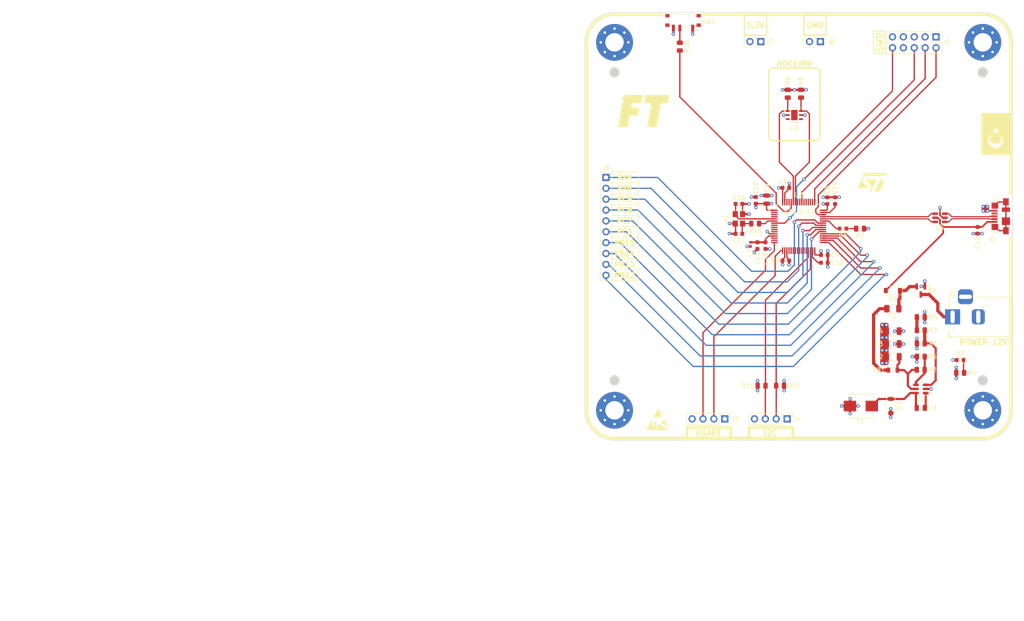
<source format=kicad_pcb>
(kicad_pcb (version 20211014) (generator pcbnew)
  (layers (0 "F.Cu" signal) (1 "In1.Cu" power) (2 "In2.Cu" power) (31 "B.Cu" signal) (34 "B.Paste" user) (35 "F.Paste" user) (36 "B.SilkS" user "B.Silkscreen") (37 "F.SilkS" user "F.Silkscreen") (38 "B.Mask" user) (39 "F.Mask" user) (44 "Edge.Cuts" user))
  (net 0 "")
  (net 1 "+3V3")
  (net 2 "I2C1_SDA")
  (net 3 "I2C1_SCL")
  (net 4 "HSE_OUT")
  (net 5 "Net-(C17-Pad1)")
  (net 6 "Net-(R10-Pad1)")
  (net 7 "BOOT0")
  (net 8 "GND")
  (net 9 "Net-(D4-Pad1)")
  (net 10 "Net-(R2-Pad2)")
  (net 11 "Net-(R3-Pad2)")
  (net 12 "Net-(D2-Pad1)")
  (net 13 "BUCK_FB")
  (net 14 "BUCK_BST")
  (net 15 "USB_CONN_D-")
  (net 16 "USB_CONN_D+")
  (net 17 "USB_D+")
  (net 18 "+5V")
  (net 19 "USB_D-")
  (net 20 "Net-(D1-Pad1)")
  (net 21 "+12V")
  (net 28 "HSE_IN")
  (net 29 "NRST")
  (net 34 "+3.3VA")
  (net 37 "USART2_TX")
  (net 38 "USART2_RX")
  (net 48 "I2C2_SCL")
  (net 49 "I2C2_SDA")
  (net 50 "Net-(C13-Pad1)")
  (net 51 "PB12")
  (net 52 "PB13")
  (net 53 "PB14")
  (net 54 "PB15")
  (net 55 "PC6")
  (net 56 "PC7")
  (net 57 "PC8")
  (net 58 "PC9")
  (net 59 "PA8")
  (net 60 "PA9")
  (net 61 "LED_STATUS")
  (net 62 "SWDIO")
  (net 63 "Net-(C14-Pad1)")
  (net 64 "SWCLK")
  (net 70 "SWO")
  (net 75 "BUCK_IN")
  (net 76 "Net-(F1-Pad1)")
  (net 78 "unconnected-(J5-Pad6)")
  (net 81 "BUCK_SW")
  (footprint "Resistor_SMD:R_0805_2012Metric" (layer "F.Cu") (at 211.3875 120.25 180)
    (fp_text reference "R12")
    (fp_text value "4k7")
  )
  (footprint "LED_SMD:LED_0603_1608Metric" (layer "F.Cu") (at 253.444 114.242 180)
    (fp_text reference "D2")
    (fp_text value "Green")
  )
  (footprint "Resistor_SMD:R_0805_2012Metric" (layer "F.Cu") (at 216.275 52 -90)
    (fp_text reference "R8")
    (fp_text value "4k7")
  )
  (footprint "LOGO" (layer "F.Cu") (at 46.725 163)
    (fp_text reference "G***" hide)
    (fp_text value "LOGO" hide)
  )
  (footprint "Crystal:Crystal_SMD_3225-4Pin_3.2x2.5mm" (layer "F.Cu") (at 201.775 81.25 -90)
    (fp_text reference "Y1")
    (fp_text value "16MHz")
  )
  (footprint "Capacitor_SMD:C_0805_2012Metric" (layer "F.Cu") (at 208.225 76.75 90)
    (fp_text reference "C5")
    (fp_text value "4u7")
  )
  (footprint "Capacitor_SMD:C_0603_1608Metric" (layer "F.Cu") (at 221.725 91.5)
    (fp_text reference "C13")
    (fp_text value "2u2")
  )
  (footprint "LOGO" (layer "F.Cu") (at 261.725 61.5 90)
    (fp_text reference "G***" hide)
    (fp_text value "LOGO" hide)
  )
  (footprint "Inductor_SMD:L_Sunlord_MWSA05xxS" (layer "F.Cu") (at 230.25 125 180)
    (fp_text reference "L1")
    (fp_text value "10u")
  )
  (footprint "Resistor_SMD:R_0805_2012Metric" (layer "F.Cu") (at 213.175 52 -90)
    (fp_text reference "R9")
    (fp_text value "4k7")
  )
  (footprint "Package_TO_SOT_SMD:TSOT-23-6" (layer "F.Cu") (at 244.25 121 180)
    (fp_text reference "U1")
    (fp_text value "MP2359DJ-LF-Z")
  )
  (footprint "LOGO" (layer "F.Cu") (at 182.725 128)
    (fp_text reference "G***" hide)
    (fp_text value "LOGO" hide)
  )
  (footprint "Capacitor_SMD:C_0603_1608Metric" (layer "F.Cu") (at 224.225 77 90)
    (fp_text reference "C14")
    (fp_text value "2u2")
  )
  (footprint "Resistor_SMD:R_0805_2012Metric" (layer "F.Cu") (at 207.0625 120.25)
    (fp_text reference "R11")
    (fp_text value "4k7")
  )
  (footprint "LOGO" (layer "F.Cu") (at 232.975 72.75)
    (fp_text reference "G***" hide)
    (fp_text value "LOGO" hide)
  )
  (footprint "Capacitor_SMD:C_0603_1608Metric" (layer "F.Cu") (at 221.725 89.7)
    (fp_text reference "C7")
    (fp_text value "100n")
  )
  (footprint "Resistor_SMD:R_0805_2012Metric" (layer "F.Cu") (at 244.25 113.45125 180)
    (fp_text reference "R6")
    (fp_text value "68k")
  )
  (footprint "Connector_BarrelJack:BarrelJack_Horizontal" (layer "F.Cu") (at 251.675 104.1575 180)
    (fp_text reference "J1")
    (fp_text value "Power_Jack")
  )
  (footprint "Resistor_SMD:R_0805_2012Metric" (layer "F.Cu") (at 187.975 41 -90)
    (fp_text reference "R10")
    (fp_text value "10k")
  )
  (footprint "LOGO" (layer "F.Cu") (at 128.725 162)
    (fp_text reference "G***" hide)
    (fp_text value "LOGO" hide)
  )
  (footprint "Package_TO_SOT_SMD:SOT-23-6" (layer "F.Cu") (at 248.725 81 180)
    (fp_text reference "U4")
    (fp_text value "USBLC6-2SC6")
  )
  (footprint "Inductor_SMD:L_0402_1005Metric" (layer "F.Cu") (at 204.485 87.21 90)
    (fp_text reference "L2")
    (fp_text value "39n")
  )
  (footprint "Capacitor_SMD:C_0603_1608Metric" (layer "F.Cu") (at 201.775 77.76)
    (fp_text reference "C16")
    (fp_text value "12p")
  )
  (footprint "Capacitor_SMD:C_0603_1608Metric" (layer "F.Cu") (at 212.725 91 180)
    (fp_text reference "C6")
    (fp_text value "100n")
  )
  (footprint "Connector_PinHeader_2.54mm:PinHeader_2x05_P2.54mm_Vertical" (layer "F.Cu") (at 247.8 38.725 -90)
    (fp_text reference "J2")
    (fp_text value "SWD")
  )
  (footprint "LED_SMD:LED_0603_1608Metric" (layer "F.Cu") (at 226.0675 83.535 180)
    (fp_text reference "D4")
    (fp_text value "BLUE")
  )
  (footprint "Resistor_SMD:R_0805_2012Metric" (layer "F.Cu") (at 244.225 116.53)
    (fp_text reference "R2")
    (fp_text value "100k")
  )
  (footprint "MountingHole:MountingHole_4.3mm_M4_Pad_Via" (layer "F.Cu") (at 258.725 126)
    (fp_text reference "H3" hide)
    (fp_text value "MountingHole_Pad")
  )
  (footprint "Resistor_SMD:R_0805_2012Metric" (layer "F.Cu") (at 253.444 117.242)
    (fp_text reference "R4")
    (fp_text value "1k")
  )
  (footprint "Connector_PinHeader_2.54mm:PinHeader_1x04_P2.54mm_Vertical" (layer "F.Cu") (at 213.025 128 -90)
    (fp_text reference "J4")
    (fp_text value "Conn_01x04")
  )
  (footprint "Diode_SMD:D_SOD-123" (layer "F.Cu") (at 237.725 98 180)
    (fp_text reference "D1")
    (fp_text value "B5819W")
  )
  (footprint "Button_Switch_SMD:SW_SPDT_PCM12" (layer "F.Cu") (at 188.725 35.2 180)
    (fp_text reference "SW1")
    (fp_text value "SW_SPDT")
  )
  (footprint "Diode_SMD:D_SOD-123" (layer "F.Cu") (at 237.25 125 -90)
    (fp_text reference "D3")
    (fp_text value "B5819W")
  )
  (footprint "Capacitor_SMD:C_0603_1608Metric" (layer "F.Cu") (at 201.775 84.74 180)
    (fp_text reference "C17")
    (fp_text value "12p")
  )
  (footprint "Package_SON:Texas_PWSON-N6" (layer "F.Cu") (at 214.725 57)
    (fp_text reference "U3")
    (fp_text value "HDC1080")
  )
  (footprint "Capacitor_SMD:C_0603_1608Metric" (layer "F.Cu") (at 222.425 77 90)
    (fp_text reference "C8")
    (fp_text value "100n")
  )
  (footprint "Package_TO_SOT_SMD:SOT-23" (layer "F.Cu") (at 244.25 98 -90)
    (fp_text reference "Q1")
    (fp_text value "AO3401A")
  )
  (footprint "Connector_PinHeader_2.54mm:PinHeader_1x02_P2.54mm_Vertical" (layer "F.Cu") (at 220.805 39.82 -90)
    (fp_text reference "J8")
    (fp_text value "Conn_01x02")
  )
  (footprint "Package_QFP:LQFP-64_10x10mm_P0.5mm" (layer "F.Cu") (at 215.725 83)
    (fp_text reference "U2")
    (fp_text value "STM32F405RGT6")
  )
  (footprint "MountingHole:MountingHole_4.3mm_M4_Pad_Via" (layer "F.Cu") (at 172.725 126)
    (fp_text reference "H1" hide)
    (fp_text value "MountingHole_Pad")
  )
  (footprint "Resistor_SMD:R_0805_2012Metric" (layer "F.Cu") (at 244.25 104.215)
    (fp_text reference "R5")
    (fp_text value "270")
  )
  (footprint "Resistor_SMD:R_0805_2012Metric" (layer "F.Cu") (at 244.25 110.3725)
    (fp_text reference "R1")
    (fp_text value "47k")
  )
  (footprint "Capacitor_SMD:C_1206_3216Metric" (layer "F.Cu") (at 237.725 113.5 180)
    (fp_text reference "C2")
    (fp_text value "10u")
  )
  (footprint "Capacitor_SMD:C_0603_1608Metric" (layer "F.Cu") (at 257.525 83.925 -90)
    (fp_text reference "C15")
    (fp_text value "100n")
  )
  (footprint "Resistor_SMD:R_0805_2012Metric" (layer "F.Cu") (at 205.575 82.35 180)
    (fp_text reference "R13")
    (fp_text value "47")
  )
  (footprint "LOGO" (layer "F.Cu") (at 179.475 56)
    (fp_text reference "G***" hide)
    (fp_text value "LOGO" hide)
  )
  (footprint "Capacitor_SMD:C_0603_1608Metric" (layer "F.Cu") (at 207.975 87.5 -90)
    (fp_text reference "C12")
    (fp_text value "10n")
  )
  (footprint "Capacitor_SMD:C_0603_1608Metric" (layer "F.Cu") (at 206.1 87.5 -90)
    (fp_text reference "C11")
    (fp_text value "1u")
  )
  (footprint "Capacitor_SMD:C_1206_3216Metric" (layer "F.Cu") (at 237.725 110.5 180)
    (fp_text reference "C3")
    (fp_text value "10u")
  )
  (footprint "Capacitor_SMD:C_1206_3216Metric" (layer "F.Cu") (at 237.725 107.5 180)
    (fp_text reference "C4")
    (fp_text value "10u")
  )
  (footprint "Connector_USB:USB_Micro-B_Molex_47346-0001" (layer "F.Cu") (at 262.925 80.65 90)
    (fp_text reference "J5")
    (fp_text value "USB_B_Micro")
  )
  (footprint "Capacitor_SMD:C_0805_2012Metric" (layer "F.Cu") (at 244.247504 125.43)
    (fp_text reference "C1")
    (fp_text value "10n")
  )
  (footprint "Fuse:Fuse_1206_3216Metric" (layer "F.Cu") (at 237.725 102.25)
    (fp_text reference "F1")
    (fp_text value "250mA")
  )
  (footprint "Inductor_SMD:L_0805_2012Metric" (layer "F.Cu") (at 237.725 116.6 180)
    (fp_text reference "FB1")
    (fp_text value "600 @ 600MHz")
  )
  (footprint "Connector_PinHeader_2.54mm:PinHeader_1x02_P2.54mm_Vertical" (layer "F.Cu") (at 206.895 39.82 -90)
    (fp_text reference "J7")
    (fp_text value "Conn_01x02")
  )
  (footprint "MountingHole:MountingHole_4.3mm_M4_Pad_Via" (layer "F.Cu") (at 258.725 40)
    (fp_text reference "H2" hide)
    (fp_text value "MountingHole_Pad")
  )
  (footprint "MountingHole:MountingHole_4.3mm_M4_Pad_Via" (layer "F.Cu") (at 172.725 40)
    (fp_text reference "H4" hide)
    (fp_text value "MountingHole_Pad")
  )
  (footprint "Connector_PinHeader_2.54mm:PinHeader_1x10_P2.54mm_Vertical" (layer "F.Cu") (at 170.725 71.575)
    (fp_text reference "J6")
    (fp_text value "Conn_01x10")
  )
  (footprint "Resistor_SMD:R_0805_2012Metric" (layer "F.Cu") (at 230.0675 83.535 180)
    (fp_text reference "R7")
    (fp_text value "1k5")
  )
  (footprint "Connector_PinHeader_2.54mm:PinHeader_1x04_P2.54mm_Vertical" (layer "F.Cu") (at 198.47 128 -90)
    (fp_text reference "J3")
    (fp_text value "Conn_01x04")
  )
  (footprint "Resistor_SMD:R_0805_2012Metric" (layer "F.Cu") (at 244.25 107.29375 180)
    (fp_text reference "R3")
    (fp_text value "15k")
  )
  (footprint "Capacitor_SMD:C_0603_1608Metric" (layer "F.Cu") (at 205.715 76.925 90)
    (fp_text reference "C10")
    (fp_text value "100n")
  )
  (footprint "Capacitor_SMD:C_0603_1608Metric" (layer "F.Cu") (at 212.725 74)
    (fp_text reference "C9")
    (fp_text value "100n")
  )
  (gr_line (start 172.0878 90.62) (end 178.3362 90.62) (layer "F.SilkS") (width 0.15))
  (gr_line (start 208.725 62) (end 208.725 47) (layer "F.SilkS") (width 0.3))
  (gr_line (start 219.725 63) (end 209.725 63) (layer "F.SilkS") (width 0.3))
  (gr_arc (start 219.725 46) (mid 220.432107 46.292893) (end 220.725 47) (layer "F.SilkS") (width 0.3))
  (gr_circle (center 212.495 56.05) (end 212.505 56.11) (layer "F.SilkS") (width 0.15) (fill none))
  (gr_arc (start 166.225 40) (mid 168.128806 35.403806) (end 172.725 33.5) (layer "F.SilkS") (width 0.6))
  (gr_rect (start 216.935 38.32) (end 222.135 33.68) (layer "F.SilkS") (width 0.3) (fill none))
  (gr_circle (center 246.365 121.96) (end 246.375 122.02) (layer "F.SilkS") (width 0.15) (fill none))
  (gr_arc (start 265.225 126) (mid 263.321194 130.596194) (end 258.725 132.5) (layer "F.SilkS") (width 0.6))
  (gr_line (start 209.725 46) (end 219.725 46) (layer "F.SilkS") (width 0.3))
  (gr_line (start 172.0878 88.08) (end 178.3362 88.08) (layer "F.SilkS") (width 0.15))
  (gr_line (start 172.0878 85.54) (end 178.3362 85.54) (layer "F.SilkS") (width 0.15))
  (gr_circle (center 199.785827 80.15) (end 199.795827 80.21) (layer "F.SilkS") (width 0.15) (fill none))
  (gr_line (start 172.0878 83) (end 178.3362 83) (layer "F.SilkS") (width 0.15))
  (gr_arc (start 220.725 62) (mid 220.432107 62.707107) (end 219.725 63) (layer "F.SilkS") (width 0.3))
  (gr_rect (start 189.645 130) (end 199.895 132.5) (layer "F.SilkS") (width 0.6) (fill none))
  (gr_line (start 166.225 40) (end 166.225 126) (layer "F.SilkS") (width 0.6))
  (gr_line (start 172.0878 93.16) (end 178.3362 93.16) (layer "F.SilkS") (width 0.15))
  (gr_line (start 172.725 132.5) (end 258.725 132.5) (layer "F.SilkS") (width 0.6))
  (gr_line (start 172.055 72.845) (end 178.3362 72.84) (layer "F.SilkS") (width 0.15))
  (gr_line (start 172.0878 77.92) (end 178.3362 77.92) (layer "F.SilkS") (width 0.15))
  (gr_arc (start 208.725 47) (mid 209.017893 46.292893) (end 209.725 46) (layer "F.SilkS") (width 0.3))
  (gr_line (start 172.725 33.5) (end 183.975 33.5) (layer "F.SilkS") (width 0.6))
  (gr_rect (start 204.145 130) (end 214.395 132.5) (layer "F.SilkS") (width 0.6) (fill none))
  (gr_arc (start 209.725 63) (mid 209.017893 62.707107) (end 208.725 62) (layer "F.SilkS") (width 0.3))
  (gr_circle (center 208.855 79.25) (end 208.865 79.31) (layer "F.SilkS") (width 0.15) (fill none))
  (gr_line (start 172.0878 75.4308) (end 178.3362 75.4308) (layer "F.SilkS") (width 0.15))
  (gr_circle (center 191.975 37.07) (end 191.985 37.13) (layer "F.SilkS") (width 0.15) (fill none))
  (gr_line (start 193.475 33.5) (end 217.475 33.5) (layer "F.SilkS") (width 0.6))
  (gr_line (start 172.0878 80.46) (end 178.3362 80.46) (layer "F.SilkS") (width 0.15))
  (gr_rect (start 233.175 37.35) (end 235.925 42.6) (layer "F.SilkS") (width 0.2) (fill none))
  (gr_line (start 217.475 33.5) (end 258.725 33.5) (layer "F.SilkS") (width 0.6))
  (gr_rect (start 203.025 38.32) (end 208.225 33.68) (layer "F.SilkS") (width 0.3) (fill none))
  (gr_rect (start 172.0878 70.2492) (end 178.3362 95.7508) (layer "F.SilkS") (width 0.15) (fill none))
  (gr_arc (start 172.725 132.5) (mid 168.128806 130.596194) (end 166.225 126) (layer "F.SilkS") (width 0.6))
  (gr_arc (start 258.725 33.5) (mid 263.321194 35.403806) (end 265.225 40) (layer "F.SilkS") (width 0.6))
  (gr_line (start 220.725 47) (end 220.725 62) (layer "F.SilkS") (width 0.3))
  (gr_line (start 265.225 40) (end 265.225 75.5) (layer "F.SilkS") (width 0.6))
  (gr_circle (center 246.105 97.03) (end 246.115 97.09) (layer "F.SilkS") (width 0.15) (fill none))
  (gr_line (start 265.225 85.75) (end 265.225 126) (layer "F.SilkS") (width 0.6))
  (gr_arc (start 265.725 126) (mid 263.674747 130.949747) (end 258.725 133) (layer "Edge.Cuts") (width 0.1))
  (gr_circle (center 172.725 119) (end 173.877 119) (layer "Edge.Cuts") (width 0.1) (fill solid))
  (gr_circle (center 258.725 119) (end 259.877 119) (layer "Edge.Cuts") (width 0.1) (fill solid))
  (gr_circle (center 258.725 47) (end 259.877 47) (layer "Edge.Cuts") (width 0.1) (fill solid))
  (gr_arc (start 172.725 133) (mid 167.775253 130.949747) (end 165.725 126) (layer "Edge.Cuts") (width 0.1))
  (gr_arc (start 165.725 40) (mid 167.775253 35.050253) (end 172.725 33) (layer "Edge.Cuts") (width 0.1))
  (gr_line (start 258.725 33) (end 172.725 33) (layer "Edge.Cuts") (width 0.1))
  (gr_line (start 165.725 40) (end 165.725 126) (layer "Edge.Cuts") (width 0.1))
  (gr_circle (center 172.725 47) (end 173.877 47) (layer "Edge.Cuts") (width 0.1) (fill solid))
  (gr_line (start 265.725 83) (end 265.725 40) (layer "Edge.Cuts") (width 0.1))
  (gr_arc (start 258.725 33) (mid 263.674747 35.050253) (end 265.725 40) (layer "Edge.Cuts") (width 0.1))
  (gr_line (start 172.725 133) (end 258.725 133) (layer "Edge.Cuts") (width 0.1))
  (gr_line (start 265.725 126) (end 265.725 83) (layer "Edge.Cuts") (width 0.1))
  (gr_text "PB13" (at 175.085 91.89) (layer "F.SilkS") (effects (font (size 1.2 1.2) (thickness 0.3))))
  (gr_text "+" (at 224.595 84.24) (layer "F.SilkS") (effects (font (size 0.5 0.5) (thickness 0.1))))
  (gr_text "PB14" (at 175.085 89.35) (layer "F.SilkS") (effects (font (size 1.2 1.2) (thickness 0.3))))
  (gr_text "PC9" (at 175.085 76.65) (layer "F.SilkS") (effects (font (size 1.2 1.2) (thickness 0.3))))
  (gr_text "JLCJLCJLC" (at 215.725 79.6) (layer "F.SilkS") (effects (font (size 1 1))))
  (gr_text "PA8" (at 175.085 74.11) (layer "F.SilkS") (effects (font (size 1.2 1.2) (thickness 0.3))))
  (gr_text "PC8" (at 175.085 79.19) (layer "F.SilkS") (effects (font (size 1.2 1.2) (thickness 0.3))))
  (gr_text "PC6" (at 175.085 84.27) (layer "F.SilkS") (effects (font (size 1.2 1.2) (thickness 0.3))))
  (gr_text "+" (at 252.144 114.942) (layer "F.SilkS") (effects (font (size 0.5 0.5) (thickness 0.1))))
  (gr_text "PB12" (at 175.085 94.43) (layer "F.SilkS") (effects (font (size 1.2 1.2) (thickness 0.3))))
  (gr_text "PC7" (at 175.085 81.73) (layer "F.SilkS") (effects (font (size 1.2 1.2) (thickness 0.3))))
  (gr_text "+" (at 226.901 126.688) (layer "F.SilkS") (effects (font (size 0.5 0.5) (thickness 0.1))))
  (gr_text "+" (at 251.695 106.86) (layer "F.SilkS") (effects (font (size 0.5 0.5) (thickness 0.1))))
  (gr_text "+" (at 236.045 122.49) (layer "F.SilkS") (effects (font (size 0.5 0.5) (thickness 0.1))))
  (gr_text "I2C" (at 209.095 131.3) (layer "F.SilkS") (effects (font (size 1.3 1.3) (thickness 0.3))))
  (gr_text "SWD" (at 234.725 40 90) (layer "F.SilkS") (effects (font (size 1.5 1.5) (thickness 0.3))))
  (gr_text "3.3V" (at 205.625 36) (layer "F.SilkS") (effects (font (size 1.3 1.3) (thickness 0.3))))
  (gr_text "PA9" (at 175.085 71.57) (layer "F.SilkS") (effects (font (size 1.2 1.2) (thickness 0.3))))
  (gr_text "USART" (at 194.595 131.3) (layer "F.SilkS") (effects (font (size 1.3 1.3) (thickness 0.3))))
  (gr_text "PB15" (at 175.085 86.9116) (layer "F.SilkS") (effects (font (size 1.2 1.2) (thickness 0.3))))
  (gr_text "POWER 12V" (at 258.905 110.051) (layer "F.SilkS") (effects (font (size 1.3 1.3) (thickness 0.3))))
  (gr_text "GND" (at 219.535 36) (layer "F.SilkS") (effects (font (size 1.3 1.3) (thickness 0.3))))
  (gr_text "+" (at 235.625 98.97) (layer "F.SilkS") (effects (font (size 0.5 0.5) (thickness 0.1))))
  (gr_text "HDC1080" (at 214.725 45) (layer "F.SilkS") (effects (font (size 1.2 1.2) (thickness 0.3) italic)))
  (segment (start 220.925 89.675) (end 220.95 89.7) (width 0.5) (layer "F.Cu") (net 1))
  (segment (start 208.225 77.7) (end 208.225 79) (width 0.3) (layer "F.Cu") (net 1))
  (segment (start 227.725 126.75) (end 227.725 125.025) (width 0.5) (layer "F.Cu") (net 1))
  (segment (start 243.325 110.385) (end 243.3375 110.3725) (width 0.5) (layer "F.Cu") (net 1))
  (segment (start 227.725 124.975) (end 227.7 125) (width 0.5) (layer "F.Cu") (net 1))
  (segment (start 221.5 77.775) (end 221.475 77.75) (width 0.3) (layer "F.Cu") (net 1))
  (segment (start 220.95 89.7) (end 219.675 89.7) (width 0.3) (layer "F.Cu") (net 1))
  (segment (start 211.075 74) (end 211.95 74) (width 0.5) (layer "F.Cu") (net 1))
  (segment (start 209.375 77.7) (end 208.225 77.7) (width 0.5) (layer "F.Cu") (net 1))
  (segment (start 229.625 125) (end 227.7 125) (width 0.5) (layer "F.Cu") (net 1))
  (segment (start 220.925 88.75) (end 220.925 89.675) (width 0.5) (layer "F.Cu") (net 1))
  (segment (start 205.725 78.6) (end 205.725 77.71) (width 0.5) (layer "F.Cu") (net 1))
  (segment (start 213.5 91) (end 213.5 90.775) (width 0.3) (layer "F.Cu") (net 1))
  (segment (start 212.975 90.25) (end 212.975 88.675) (width 0.3) (layer "F.Cu") (net 1))
  (segment (start 211.975 51.1) (end 217.475 51.1) (width 0.5) (layer "F.Cu") (net 1))
  (segment (start 213.1625 51.1) (end 213.175 51.0875) (width 0.5) (layer "F.Cu") (net 1))
  (segment (start 211.975 74.025) (end 211.975 77.325) (width 0.3) (layer "F.Cu") (net 1))
  (segment (start 243.325 111.55) (end 243.325 110.385) (width 0.5) (layer "F.Cu") (net 1))
  (segment (start 190.975 38.05) (end 190.975 36.43) (width 0.5) (layer "F.Cu") (net 1))
  (segment (start 205.725 77.71) (end 205.715 77.7) (width 0.5) (layer "F.Cu") (net 1))
  (segment (start 243.325 110.36) (end 243.3375 110.3725) (width 0.5) (layer "F.Cu") (net 1))
  (segment (start 208.475 79.25) (end 210.05 79.25) (width 0.3) (layer "F.Cu") (net 1))
  (segment (start 206.125 121.4) (end 206.125 119.1) (width 0.5) (layer "F.Cu") (net 1))
  (segment (start 211.975 51.1) (end 213.1625 51.1) (width 0.5) (layer "F.Cu") (net 1))
  (segment (start 213.5 90.775) (end 212.975 90.25) (width 0.3) (layer "F.Cu") (net 1))
  (segment (start 217.175 57) (end 216.275 57) (width 0.3) (layer "F.Cu") (net 1))
  (segment (start 222.425 77.775) (end 221.5 77.775) (width 0.5) (layer "F.Cu") (net 1))
  (segment (start 208.225 79) (end 208.475 79.25) (width 0.3) (layer "F.Cu") (net 1))
  (segment (start 240.225 107.5) (end 238.175 107.5) (width 0.5) (layer "F.Cu") (net 1))
  (segment (start 219.475 89.5) (end 219.475 88.675) (width 0.3) (layer "F.Cu") (net 1))
  (segment (start 227.725 123.3) (end 227.725 124.975) (width 0.5) (layer "F.Cu") (net 1))
  (segment (start 222.425 79.05) (end 222.225 79.25) (width 0.3) (layer "F.Cu") (net 1))
  (segment (start 208.225 77.7) (end 205.715 77.7) (width 0.3) (layer "F.Cu") (net 1))
  (segment (start 243.325 109.2) (end 243.325 110.36) (width 0.5) (layer "F.Cu") (net 1))
  (segment (start 213.5 91.975) (end 213.5 91) (width 0.5) (layer "F.Cu") (net 1))
  (segment (start 222.425 77.775) (end 222.425 79.05) (width 0.3) (layer "F.Cu") (net 1))
  (segment (start 211.95 74) (end 211.975 74.025) (width 0.3) (layer "F.Cu") (net 1))
  (segment (start 203.725 87.7) (end 204.48 87.7) (width 0.5) (layer "F.Cu") (net 1))
  (segment (start 212.325 121.4) (end 212.325 119.1) (width 0.5) (layer "F.Cu") (net 1))
  (segment (start 240.225 110.5) (end 238.175 110.5) (width 0.5) (layer "F.Cu") (net 1))
  (segment (start 213.475 92) (end 213.5 91.975) (width 0.5) (layer "F.Cu") (net 1))
  (segment (start 222.225 79.25) (end 221.4 79.25) (width 0.3) (layer "F.Cu") (net 1))
  (segment (start 219.675 89.7) (end 219.475 89.5) (width 0.3) (layer "F.Cu") (net 1))
  (segment (start 225.775 125) (end 227.7 125) (width 0.5) (layer "F.Cu") (net 1))
  (segment (start 252.6565 114.242) (end 251.794 114.242) (width 0.5) (layer "F.Cu") (net 1))
  (segment (start 204.48 87.7) (end 204.485 87.695) (width 0.5) (layer "F.Cu") (net 1))
  (segment (start 227.725 125.025) (end 227.7 125) (width 0.5) (layer "F.Cu") (net 1))
  (via (at 211.075 74) (size 0.8) (drill 0.4) (layers "F.Cu" "B.Cu") (net 1))
  (via (at 243.325 109.2) (size 0.8) (drill 0.4) (layers "F.Cu" "B.Cu") (net 1))
  (via (at 220.925 88.75) (size 0.8) (drill 0.4) (layers "F.Cu" "B.Cu") (net 1))
  (via (at 217.175 57) (size 0.8) (drill 0.4) (layers "F.Cu" "B.Cu") (net 1))
  (via (at 212.325 119.1) (size 0.8) (drill 0.4) (layers "F.Cu" "B.Cu") (net 1))
  (via (at 209.375 77.7) (size 0.8) (drill 0.4) (layers "F.Cu" "B.Cu") (net 1))
  (via (at 213.475 92) (size 0.8) (drill 0.4) (layers "F.Cu" "B.Cu") (net 1))
  (via (at 205.725 78.6) (size 0.8) (drill 0.4) (layers "F.Cu" "B.Cu") (net 1))
  (via (at 240.225 107.5) (size 0.8) (drill 0.4) (layers "F.Cu" "B.Cu") (net 1))
  (via (at 217.475 51.1) (size 0.8) (drill 0.4) (layers "F.Cu" "B.Cu") (net 1))
  (via (at 243.325 111.55) (size 0.8) (drill 0.4) (layers "F.Cu" "B.Cu") (net 1))
  (via (at 238.175 110.5) (size 0.8) (drill 0.4) (layers "F.Cu" "B.Cu") (net 1))
  (via (at 227.725 123.3) (size 0.8) (drill 0.4) (layers "F.Cu" "B.Cu") (net 1))
  (via (at 214.725 51.1) (size 0.8) (drill 0.4) (layers "F.Cu" "B.Cu") (net 1))
  (via (at 251.794 114.242) (size 0.8) (drill 0.4) (layers "F.Cu" "B.Cu") (net 1))
  (via (at 221.475 77.75) (size 0.8) (drill 0.4) (layers "F.Cu" "B.Cu") (net 1))
  (via (at 227.725 126.75) (size 0.8) (drill 0.4) (layers "F.Cu" "B.Cu") (net 1))
  (via (at 229.625 125) (size 0.8) (drill 0.4) (layers "F.Cu" "B.Cu") (net 1))
  (via (at 206.125 119.1) (size 0.8) (drill 0.4) (layers "F.Cu" "B.Cu") (net 1))
  (via (at 212.325 121.4) (size 0.8) (drill 0.4) (layers "F.Cu" "B.Cu") (net 1))
  (via (at 206.125 121.4) (size 0.8) (drill 0.4) (layers "F.Cu" "B.Cu") (net 1))
  (via (at 190.975 38.05) (size 0.8) (drill 0.4) (layers "F.Cu" "B.Cu") (net 1))
  (via (at 225.775 125) (size 0.8) (drill 0.4) (layers "F.Cu" "B.Cu") (net 1))
  (via (at 240.225 110.5) (size 0.8) (drill 0.4) (layers "F.Cu" "B.Cu") (net 1))
  (via (at 203.725 87.7) (size 0.8) (drill 0.4) (layers "F.Cu" "B.Cu") (net 1))
  (via (at 238.175 107.5) (size 0.8) (drill 0.4) (layers "F.Cu" "B.Cu") (net 1))
  (via (at 211.975 51.1) (size 0.8) (drill 0.4) (layers "F.Cu" "B.Cu") (net 1))
  (segment (start 213.175 56.05) (end 211.925 56.05) (width 0.3) (layer "F.Cu") (net 2))
  (segment (start 213.175 52.9125) (end 213.175 56.05) (width 0.3) (layer "F.Cu") (net 2))
  (segment (start 211.225 68) (end 214.475 71.25) (width 0.3) (layer "F.Cu") (net 2))
  (segment (start 211.225 56.75) (end 211.225 68) (width 0.3) (layer "F.Cu") (net 2))
  (segment (start 214.475 71.25) (end 214.475 77.325) (width 0.3) (layer "F.Cu") (net 2))
  (segment (start 211.925 56.05) (end 211.225 56.75) (width 0.3) (layer "F.Cu") (net 2))
  (segment (start 216.275 52.9125) (end 216.275 56.05) (width 0.3) (layer "F.Cu") (net 3))
  (segment (start 217.530331 56.05) (end 218.225 56.744669) (width 0.3) (layer "F.Cu") (net 3))
  (segment (start 216.275 56.05) (end 217.530331 56.05) (width 0.3) (layer "F.Cu") (net 3))
  (segment (start 214.975 71.25) (end 214.975 77.325) (width 0.3) (layer "F.Cu") (net 3))
  (segment (start 218.225 56.744669) (end 218.225 68) (width 0.3) (layer "F.Cu") (net 3))
  (segment (start 218.225 68) (end 214.975 71.25) (width 0.3) (layer "F.Cu") (net 3))
  (segment (start 208.525 81.75) (end 207.925 82.35) (width 0.3) (layer "F.Cu") (net 4))
  (segment (start 210.05 81.75) (end 208.525 81.75) (width 0.3) (layer "F.Cu") (net 4))
  (segment (start 207.925 82.35) (end 206.4875 82.35) (width 0.3) (layer "F.Cu") (net 4))
  (segment (start 204.6625 82.35) (end 202.625 82.35) (width 0.3) (layer "F.Cu") (net 5))
  (segment (start 202.55 84.74) (end 202.55 82.425) (width 0.3) (layer "F.Cu") (net 5))
  (segment (start 202.55 82.425) (end 202.625 82.35) (width 0.3) (layer "F.Cu") (net 5))
  (segment (start 187.975 36.63) (end 187.975 40.0875) (width 0.3) (layer "F.Cu") (net 6))
  (segment (start 210.475 77.75) (end 210.475 75.25) (width 0.3) (layer "F.Cu") (net 7))
  (segment (start 213.975 78.75) (end 213.225 79.5) (width 0.3) (layer "F.Cu") (net 7))
  (segment (start 212.225 79.5) (end 210.475 77.75) (width 0.3) (layer "F.Cu") (net 7))
  (segment (start 187.975 52.75) (end 187.975 41.9125) (width 0.3) (layer "F.Cu") (net 7))
  (segment (start 213.975 77.325) (end 213.975 78.75) (width 0.3) (layer "F.Cu") (net 7))
  (segment (start 213.225 79.5) (end 212.225 79.5) (width 0.3) (layer "F.Cu") (net 7))
  (segment (start 210.475 75.25) (end 187.975 52.75) (width 0.3) (layer "F.Cu") (net 7))
  (segment (start 199.575 84.7) (end 199.615 84.74) (width 0.5) (layer "F.Cu") (net 8))
  (segment (start 205.375 89) (end 206.1 88.275) (width 0.5) (layer "F.Cu") (net 8))
  (segment (start 246.625 121) (end 245.3875 121) (width 0.5) (layer "F.Cu") (net 8))
  (segment (start 202.625 80.15) (end 202.625 77.835) (width 0.3) (layer "F.Cu") (net 8))
  (segment (start 204.125 77.75) (end 202.56 77.75) (width 0.5) (layer "F.Cu") (net 8))
  (segment (start 208.425 84.25) (end 208.925 84.75) (width 0.3) (layer "F.Cu") (net 8))
  (segment (start 205.375 89.1) (end 205.375 89) (width 0.5) (layer "F.Cu") (net 8))
  (segment (start 259.825 79.4) (end 258.825 79.4) (width 0.75) (layer "F.Cu") (net 8))
  (segment (start 202.625 77.835) (end 202.55 77.76) (width 0.3) (layer "F.Cu") (net 8))
  (segment (start 243.3375 113.45125) (end 242.27625 113.45125) (width 0.5) (layer "F.Cu") (net 8))
  (segment (start 236.225 106.05) (end 235.275 106.05) (width 1) (layer "F.Cu") (net 8))
  (segment (start 212.475 75.25) (end 212.475 77.325) (width 0.3) (layer "F.Cu") (net 8))
  (segment (start 211.975 91.95) (end 211.975 91.025) (width 0.5) (layer "F.Cu") (net 8))
  (segment (start 245.1625 104.215) (end 245.1625 103.0125) (width 0.3) (layer "F.Cu") (net 8))
  (segment (start 199.615 84.74) (end 201 84.74) (width 0.5) (layer "F.Cu") (net 8))
  (segment (start 259.85 79.375) (end 259.825 79.4) (width 0.3) (layer "F.Cu") (net 8))
  (segment (start 245.175 105.45) (end 245.175 103) (width 0.5) (layer "F.Cu") (net 8))
  (segment (start 256.525 84.7) (end 257.525 84.7) (width 0.5) (layer "F.Cu") (net 8))
  (segment (start 222.525 92.45) (end 222.525 88.75) (width 0.5) (layer "F.Cu") (net 8))
  (segment (start 244.375 97.05) (end 245.1875 97.05) (width 0.5) (layer "F.Cu") (net 8))
  (segment (start 232.01 83.535) (end 232.025 83.55) (width 0.5) (layer "F.Cu") (net 8))
  (segment (start 230.98 83.535) (end 232.01 83.535) (width 0.5) (layer "F.Cu") (net 8))
  (segment (start 243.325 114.7) (end 243.325 113.46375) (width 0.5) (layer "F.Cu") (net 8))
  (segment (start 258.825 78.4) (end 259.825 79.4) (width 0.75) (layer "F.Cu") (net 8))
  (segment (start 245.1875 97.05) (end 245.2 97.0625) (width 0.5) (layer "F.Cu") (net 8))
  (segment (start 261.615 79.375) (end 259.85 79.375) (width 0.3) (layer "F.Cu") (net 8))
  (segment (start 212.475 90.25) (end 212.475 88.675) (width 0.3) (layer "F.Cu") (net 8))
  (segment (start 243.325 113.46375) (end 243.3375 113.45125) (width 0.5) (layer "F.Cu") (net 8))
  (segment (start 204.125 80.15) (end 202.625 80.15) (width 0.5) (layer "F.Cu") (net 8))
  (segment (start 249.372183 81) (end 248.725 80.352817) (width 0.4) (layer "F.Cu") (net 8))
  (segment (start 257.525 84.7) (end 258.525 84.7) (width 0.5) (layer "F.Cu") (net 8))
  (segment (start 245.175 95.8) (end 245.175 97.0375) (width 0.5) (layer "F.Cu") (net 8))
  (segment (start 258.825 79.4) (end 258.825 78.4) (width 0.75) (layer "F.Cu") (net 8))
  (segment (start 211.95 90.775) (end 212.475 90.25) (width 0.3) (layer "F.Cu") (net 8))
  (segment (start 221.475 76.2) (end 225.175 76.2) (width 0.5) (layer "F.Cu") (net 8))
  (segment (start 213.5 74.225) (end 212.475 75.25) (width 0.3) (layer "F.Cu") (net 8))
  (segment (start 245.175 97.0375) (end 245.2 97.0625) (width 0.5) (layer "F.Cu") (net 8))
  (segment (start 186.475 38.05) (end 186.475 36.43) (width 0.5) (layer "F.Cu") (net 8))
  (segment (start 208.925 84.75) (end 210.05 84.75) (width 0.3) (layer "F.Cu") (net 8))
  (segment (start 206.975 75.8) (end 209.475 75.8) (width 0.5) (layer "F.Cu") (net 8))
  (segment (start 236.225 114.95) (end 236.225 106.05) (width 1) (layer "F.Cu") (net 8))
  (segment (start 201 84.74) (end 201 82.425) (width 0.3) (layer "F.Cu") (net 8))
  (segment (start 211.975 91.025) (end 211.95 91) (width 0.5) (layer "F.Cu") (net 8))
  (segment (start 211.95 91) (end 211.95 90.775) (width 0.3) (layer "F.Cu") (net 8))
  (segment (start 208.975 88.3) (end 208 88.3) (width 0.5) (layer "F.Cu") (net 8))
  (segment (start 213.525 73) (end 213.525 73.975) (width 0.5) (layer "F.Cu") (net 8))
  (segment (start 212.225 57) (end 213.175 57) (width 0.3) (layer "F.Cu") (net 8))
  (segment (start 235.275 106.05) (end 235.275 114.95) (width 1) (layer "F.Cu") (net 8))
  (segment (start 199.575 82.35) (end 200.925 82.35) (width 0.5) (layer "F.Cu") (net 8))
  (segment (start 201 82.425) (end 200.925 82.35) (width 0.3) (layer "F.Cu") (net 8))
  (segment (start 208 88.3) (end 207.975 88.275) (width 0.5) (layer "F.Cu") (net 8))
  (segment (start 258.825 78.4) (end 259.825 78.4) (width 0.75) (layer "F.Cu") (net 8))
  (segment (start 204.725 76.15) (end 205.715 76.15) (width 0.5) (layer "F.Cu") (net 8))
  (segment (start 202.56 77.75) (end 202.55 77.76) (width 0.5) (layer "F.Cu") (net 8))
  (segment (start 237.225 127.65) (end 237.225 125.65) (width 0.5) (layer "F.Cu") (net 8))
  (segment (start 213.5 74) (end 213.5 74.225) (width 0.3) (layer "F.Cu") (net 8))
  (segment (start 245.1625 103.0125) (end 245.175 103) (width 0.3) (layer "F.Cu") (net 8))
  (segment (start 249.8625 81) (end 249.372183 81) (width 0.4) (layer "F.Cu") (net 8))
  (segment (start 235.275 114.95) (end 236.225 114.95) (width 1) (layer "F.Cu") (net 8))
  (segment (start 252.544 115.992) (end 252.544 118.492) (width 0.5) (layer "F.Cu") (net 8))
  (segment (start 242.27625 113.45125) (end 242.275 113.45) (width 0.5) (layer "F.Cu") (net 8))
  (segment (start 259.825 78.4) (end 259.825 79.4) (width 0.75) (layer "F.Cu") (net 8))
  (segment (start 213.525 73.975) (end 213.5 74) (width 0.5) (layer "F.Cu") (net 8))
  (segment (start 248.725 80.352817) (end 248.725 78.75) (width 0.4) (layer "F.Cu") (net 8))
  (via (at 235.275 114.95) (size 0.8) (drill 0.4) (layers "F.Cu" "B.Cu") (net 8))
  (via (at 222.525 88.75) (size 0.8) (drill 0.4) (layers "F.Cu" "B.Cu") (net 8))
  (via (at 236.225 109) (size 0.8) (drill 0.4) (layers "F.Cu" "B.Cu") (net 8))
  (via (at 204.725 76.15) (size 0.8) (drill 0.4) (layers "F.Cu" "B.Cu") (net 8))
  (via (at 209.475 75.8) (size 0.8) (drill 0.4) (layers "F.Cu" "B.Cu") (net 8))
  (via (at 245.175 105.45) (size 0.8) (drill 0.4) (layers "F.Cu" "B.Cu") (net 8))
  (via (at 258.525 84.7) (size 0.8) (drill 0.4) (layers "F.Cu" "B.Cu") (net 8))
  (via (at 259.825 78.4) (size 0.8) (drill 0.4) (layers "F.Cu" "B.Cu") (net 8))
  (via (at 252.544 115.992) (size 0.8) (drill 0.4) (layers "F.Cu" "B.Cu") (net 8))
  (via (at 232.025 83.55) (size 0.8) (drill 0.4) (layers "F.Cu" "B.Cu") (net 8))
  (via (at 208.975 88.3) (size 0.8) (drill 0.4) (layers "F.Cu" "B.Cu") (net 8))
  (via (at 221.475 76.2) (size 0.8) (drill 0.4) (layers "F.Cu" "B.Cu") (net 8))
  (via (at 208.425 84.25) (size 0.8) (drill 0.4) (layers "F.Cu" "B.Cu") (net 8))
  (via (at 236.225 106.05) (size 0.8) (drill 0.4) (layers "F.Cu" "B.Cu") (net 8))
  (via (at 204.125 77.75) (size 0.8) (drill 0.4) (layers "F.Cu" "B.Cu") (net 8))
  (via (at 245.175 95.8) (size 0.8) (drill 0.4) (layers "F.Cu" "B.Cu") (net 8))
  (via (at 212.225 57) (size 0.8) (drill 0.4) (layers "F.Cu" "B.Cu") (net 8))
  (via (at 225.175 76.2) (size 0.8) (drill 0.4) (layers "F.Cu" "B.Cu") (net 8))
  (via (at 235.275 106.05) (size 0.8) (drill 0.4) (layers "F.Cu" "B.Cu") (net 8))
  (via (at 206.975 75.8) (size 0.8) (drill 0.4) (layers "F.Cu" "B.Cu") (net 8))
  (via (at 256.525 84.7) (size 0.8) (drill 0.4) (layers "F.Cu" "B.Cu") (net 8))
  (via (at 204.125 80.15) (size 0.8) (drill 0.4) (layers "F.Cu" "B.Cu") (net 8))
  (via (at 246.625 121) (size 0.8) (drill 0.4) (layers "F.Cu" "B.Cu") (net 8))
  (via (at 237.225 125.65) (size 0.8) (drill 0.4) (layers "F.Cu" "B.Cu") (net 8))
  (via (at 222.525 92.45) (size 0.8) (drill 0.4) (layers "F.Cu" "B.Cu") (net 8))
  (via (at 243.325 114.7) (size 0.8) (drill 0.4) (layers "F.Cu" "B.Cu") (net 8))
  (via (at 245.175 103) (size 0.8) (drill 0.4) (layers "F.Cu" "B.Cu") (net 8))
  (via (at 258.825 78.4) (size 0.8) (drill 0.4) (layers "F.Cu" "B.Cu") (net 8))
  (via (at 235.275 112) (size 0.8) (drill 0.4) (layers "F.Cu" "B.Cu") (net 8))
  (via (at 236.225 114.95) (size 0.8) (drill 0.4) (layers "F.Cu" "B.Cu") (net 8))
  (via (at 237.225 127.65) (size 0.8) (drill 0.4) (layers "F.Cu" "B.Cu") (net 8))
  (via (at 242.275 113.45) (size 0.8) (drill 0.4) (layers "F.Cu" "B.Cu") (net 8))
  (via (at 248.725 78.65) (size 0.8) (drill 0.4) (layers "F.Cu" "B.Cu") (net 8))
  (via (at 199.575 84.7) (size 0.8) (drill 0.4) (layers "F.Cu" "B.Cu") (net 8))
  (via (at 205.375 89.1) (size 0.8) (drill 0.4) (layers "F.Cu" "B.Cu") (net 8))
  (via (at 213.525 73) (size 0.8) (drill 0.4) (layers "F.Cu" "B.Cu") (net 8))
  (via (at 199.575 82.35) (size 0.8) (drill 0.4) (layers "F.Cu" "B.Cu") (net 8))
  (via (at 244.375 97.05) (size 0.8) (drill 0.4) (layers "F.Cu" "B.Cu") (net 8))
  (via (at 186.475 38.05) (size 0.8) (drill 0.4) (layers "F.Cu" "B.Cu") (net 8))
  (via (at 236.225 112) (size 0.8) (drill 0.4) (layers "F.Cu" "B.Cu") (net 8))
  (via (at 258.825 79.4) (size 0.8) (drill 0.4) (layers "F.Cu" "B.Cu") (net 8))
  (via (at 211.975 91.95) (size 0.8) (drill 0.4) (layers "F.Cu" "B.Cu") (net 8))
  (via (at 259.825 79.4) (size 0.8) (drill 0.4) (layers "F.Cu" "B.Cu") (net 8))
  (via (at 235.275 109) (size 0.8) (drill 0.4) (layers "F.Cu" "B.Cu") (net 8))
  (via (at 252.544 118.492) (size 0.8) (drill 0.4) (layers "F.Cu" "B.Cu") (net 8))
  (segment (start 226.855 83.535) (end 229.155 83.535) (width 0.3) (layer "F.Cu") (net 9))
  (segment (start 245.1375 116.53) (end 245.1375 117.3375) (width 0.5) (layer "F.Cu") (net 10))
  (segment (start 245.1625 113.45125) (end 245.1625 116.505) (width 0.5) (layer "F.Cu") (net 10))
  (segment (start 243.1125 119.3625) (end 243.1125 120.05) (width 0.5) (layer "F.Cu") (net 10))
  (segment (start 245.1625 116.505) (end 245.1375 116.53) (width 0.5) (layer "F.Cu") (net 10))
  (segment (start 245.1375 117.3375) (end 243.1125 119.3625) (width 0.5) (layer "F.Cu") (net 10))
  (segment (start 243.3375 107.29375) (end 243.3375 104.215) (width 0.75) (layer "F.Cu") (net 11))
  (segment (start 254.2315 114.242) (end 254.2315 117.117) (width 0.3) (layer "F.Cu") (net 12))
  (segment (start 254.2315 117.117) (end 254.3565 117.242) (width 0.3) (layer "F.Cu") (net 12))
  (segment (start 245.3875 120.05) (end 246.675 120.05) (width 0.5) (layer "F.Cu") (net 13))
  (segment (start 247.725 111.5) (end 246.5975 110.3725) (width 0.5) (layer "F.Cu") (net 13))
  (segment (start 246.5975 110.3725) (end 245.1625 110.3725) (width 0.5) (layer "F.Cu") (net 13))
  (segment (start 245.1625 107.29375) (end 245.1625 110.3725) (width 0.75) (layer "F.Cu") (net 13))
  (segment (start 246.675 120.05) (end 247.725 119) (width 0.5) (layer "F.Cu") (net 13))
  (segment (start 247.725 119) (end 247.725 111.5) (width 0.5) (layer "F.Cu") (net 13))
  (segment (start 245.3875 125.240004) (end 245.197504 125.43) (width 0.5) (layer "F.Cu") (net 14))
  (segment (start 245.3875 121.95) (end 245.3875 125.240004) (width 0.5) (layer "F.Cu") (net 14))
  (segment (start 251.49259 81.23241) (end 260.10741 81.23241) (width 0.26162) (layer "F.Cu") (net 15))
  (segment (start 249.8625 81.95) (end 250.775 81.95) (width 0.26162) (layer "F.Cu") (net 15))
  (segment (start 250.775 81.95) (end 251.49259 81.23241) (width 0.26162) (layer "F.Cu") (net 15))
  (segment (start 260.175 81.3) (end 261.465 81.3) (width 0.26162) (layer "F.Cu") (net 15))
  (segment (start 260.10741 81.23241) (end 260.175 81.3) (width 0.26162) (layer "F.Cu") (net 15))
  (segment (start 251.49259 80.76759) (end 260.10741 80.76759) (width 0.26162) (layer "F.Cu") (net 16))
  (segment (start 260.10741 80.76759) (end 260.225 80.65) (width 0.26162) (layer "F.Cu") (net 16))
  (segment (start 249.8625 80.05) (end 250.775 80.05) (width 0.26162) (layer "F.Cu") (net 16))
  (segment (start 260.225 80.65) (end 261.465 80.65) (width 0.26162) (layer "F.Cu") (net 16))
  (segment (start 250.775 80.05) (end 251.49259 80.76759) (width 0.26162) (layer "F.Cu") (net 16))
  (segment (start 221.4 80.75) (end 245.975 80.75) (width 0.26162) (layer "F.Cu") (net 17))
  (segment (start 246.675 80.05) (end 247.5875 80.05) (width 0.26162) (layer "F.Cu") (net 17))
  (segment (start 245.975 80.75) (end 246.675 80.05) (width 0.26162) (layer "F.Cu") (net 17))
  (segment (start 259.775 81.95) (end 258.575 83.15) (width 0.4) (layer "F.Cu") (net 18))
  (segment (start 248.225 81) (end 247.5875 81) (width 0.4) (layer "F.Cu") (net 18))
  (segment (start 261.465 81.95) (end 259.775 81.95) (width 0.4) (layer "F.Cu") (net 18))
  (segment (start 236.075 98) (end 249.472183 84.602817) (width 0.4) (layer "F.Cu") (net 18))
  (segment (start 249.472183 84.602817) (end 249.472183 83.15) (width 0.4) (layer "F.Cu") (net 18))
  (segment (start 258.575 83.15) (end 257.525 83.15) (width 0.4) (layer "F.Cu") (net 18))
  (segment (start 257.525 83.15) (end 249.472183 83.15) (width 0.4) (layer "F.Cu") (net 18))
  (segment (start 248.725 82.402817) (end 248.725 81.5) (width 0.4) (layer "F.Cu") (net 18))
  (segment (start 248.725 81.5) (end 248.225 81) (width 0.4) (layer "F.Cu") (net 18))
  (segment (start 249.472183 83.15) (end 248.725 82.402817) (width 0.4) (layer "F.Cu") (net 18))
  (segment (start 246.675 81.95) (end 247.5875 81.95) (width 0.26162) (layer "F.Cu") (net 19))
  (segment (start 245.975 81.25) (end 246.675 81.95) (width 0.26162) (layer "F.Cu") (net 19))
  (segment (start 221.4 81.25) (end 245.975 81.25) (width 0.26162) (layer "F.Cu") (net 19))
  (segment (start 239.125 102.25) (end 239.125 100.1) (width 0.75) (layer "F.Cu") (net 20))
  (segment (start 240.725 98) (end 241.625 97.1) (width 0.75) (layer "F.Cu") (net 20))
  (segment (start 239.125 100.1) (end 239.375 99.85) (width 0.75) (layer "F.Cu") (net 20))
  (segment (start 239.375 99.85) (end 239.375 98) (width 0.75) (layer "F.Cu") (net 20))
  (segment (start 241.625 97.1) (end 242.975 97.1) (width 0.75) (layer "F.Cu") (net 20))
  (segment (start 239.375 98) (end 240.725 98) (width 0.75) (layer "F.Cu") (net 20))
  (segment (start 246.1625 98.9375) (end 248.225 101) (width 0.75) (layer "F.Cu") (net 21))
  (segment (start 248.225 101) (end 248.225 102.75) (width 0.75) (layer "F.Cu") (net 21))
  (segment (start 248.225 102.75) (end 249.6325 104.1575) (width 0.75) (layer "F.Cu") (net 21))
  (segment (start 249.6325 104.1575) (end 251.675 104.1575) (width 0.75) (layer "F.Cu") (net 21))
  (segment (start 244.475 98.9375) (end 246.1625 98.9375) (width 0.75) (layer "F.Cu") (net 21))
  (segment (start 201 80.075) (end 200.925 80.15) (width 0.3) (layer "F.Cu") (net 28))
  (segment (start 201.725 81.25) (end 200.925 80.45) (width 0.3) (layer "F.Cu") (net 28))
  (segment (start 210.05 81.25) (end 201.725 81.25) (width 0.3) (layer "F.Cu") (net 28))
  (segment (start 201 77.76) (end 201 80.075) (width 0.3) (layer "F.Cu") (net 28))
  (segment (start 200.925 80.45) (end 200.925 80.15) (width 0.3) (layer "F.Cu") (net 28))
  (segment (start 237.64 51.335) (end 237.64 41.265) (width 0.3) (layer "F.Cu") (net 29))
  (segment (start 213.725 81) (end 212.475 82.25) (width 0.3) (layer "F.Cu") (net 29))
  (segment (start 212.475 82.25) (end 210.05 82.25) (width 0.3) (layer "F.Cu") (net 29))
  (segment (start 216.975 72) (end 237.64 51.335) (width 0.3) (layer "F.Cu") (net 29))
  (via (at 216.975 72) (size 0.8) (drill 0.4) (layers "F.Cu" "B.Cu") (net 29))
  (via (at 213.725 81) (size 0.8) (drill 0.4) (layers "F.Cu" "B.Cu") (net 29))
  (segment (start 213.725 81) (end 215.225 79.5) (width 0.3) (layer "B.Cu") (net 29))
  (segment (start 215.225 79.5) (end 215.225 73.75) (width 0.3) (layer "B.Cu") (net 29))
  (segment (start 215.225 73.75) (end 216.975 72) (width 0.3) (layer "B.Cu") (net 29))
  (segment (start 206.1 86.725) (end 204.485 86.725) (width 0.5) (layer "F.Cu") (net 34))
  (segment (start 207.975 86) (end 208.725 85.25) (width 0.3) (layer "F.Cu") (net 34))
  (segment (start 207.975 86.725) (end 207.975 86) (width 0.3) (layer "F.Cu") (net 34))
  (segment (start 208.725 85.25) (end 210.05 85.25) (width 0.3) (layer "F.Cu") (net 34))
  (segment (start 207.975 86.725) (end 206.1 86.725) (width 0.5) (layer "F.Cu") (net 34))
  (segment (start 193.39 107.835) (end 193.39 128) (width 0.3) (layer "F.Cu") (net 37))
  (segment (start 207.975 90.75) (end 207.975 93.25) (width 0.3) (layer "F.Cu") (net 37))
  (segment (start 207.975 93.25) (end 193.39 107.835) (width 0.3) (layer "F.Cu") (net 37))
  (segment (start 210.05 86.75) (end 210.05 88.675) (width 0.3) (layer "F.Cu") (net 37))
  (segment (start 210.05 88.675) (end 207.975 90.75) (width 0.3) (layer "F.Cu") (net 37))
  (segment (start 210.225 90) (end 210.225 94.5) (width 0.3) (layer "F.Cu") (net 38))
  (segment (start 211.975 88.675) (end 211.55 88.675) (width 0.3) (layer "F.Cu") (net 38))
  (segment (start 210.225 94.5) (end 195.93 108.795) (width 0.3) (layer "F.Cu") (net 38))
  (segment (start 195.93 108.795) (end 195.93 128) (width 0.3) (layer "F.Cu") (net 38))
  (segment (start 211.55 88.675) (end 210.225 90) (width 0.3) (layer "F.Cu") (net 38))
  (segment (start 207.975 120.25) (end 207.975 100.25) (width 0.3) (layer "F.Cu") (net 48))
  (segment (start 207.945 120.28) (end 207.945 128) (width 0.3) (layer "F.Cu") (net 48))
  (segment (start 207.975 100.25) (end 217.975 90.25) (width 0.3) (layer "F.Cu") (net 48))
  (segment (start 217.975 90.25) (end 217.975 88.675) (width 0.3) (layer "F.Cu") (net 48))
  (segment (start 207.975 120.25) (end 207.945 120.28) (width 0.3) (layer "F.Cu") (net 48))
  (segment (start 218.475 93) (end 218.475 88.675) (width 0.3) (layer "F.Cu") (net 49))
  (segment (start 210.475 101) (end 218.475 93) (width 0.3) (layer "F.Cu") (net 49))
  (segment (start 210.475 120.25) (end 210.475 101) (width 0.3) (layer "F.Cu") (net 49))
  (segment (start 210.485 120.26) (end 210.485 128) (width 0.3) (layer "F.Cu") (net 49))
  (segment (start 210.475 120.25) (end 210.485 120.26) (width 0.3) (layer "F.Cu") (net 49))
  (segment (start 220.225 91.5) (end 218.975 90.25) (width 0.3) (layer "F.Cu") (net 50))
  (segment (start 218.975 90.25) (end 218.975 88.675) (width 0.3) (layer "F.Cu") (net 50))
  (segment (start 220.95 91.5) (end 220.225 91.5) (width 0.3) (layer "F.Cu") (net 50))
  (segment (start 230.225 94.25) (end 222.725 86.75) (width 0.3) (layer "F.Cu") (net 51))
  (segment (start 236.225 94.25) (end 230.225 94.25) (width 0.3) (layer "F.Cu") (net 51))
  (segment (start 222.725 86.75) (end 221.4 86.75) (width 0.3) (layer "F.Cu") (net 51))
  (via (at 236.225 94.25) (size 0.8) (drill 0.4) (layers "F.Cu" "B.Cu") (net 51))
  (segment (start 235.975 94.25) (end 214.475 115.75) (width 0.3) (layer "B.Cu") (net 51))
  (segment (start 236.225 94.25) (end 236.225 94.4) (width 0.3) (layer "B.Cu") (net 51))
  (segment (start 170.76 94.4) (end 170.725 94.435) (width 0.3) (layer "B.Cu") (net 51))
  (segment (start 191.075 115.75) (end 170.725 95.4) (width 0.3) (layer "B.Cu") (net 51))
  (segment (start 214.475 115.75) (end 191.075 115.75) (width 0.3) (layer "B.Cu") (net 51))
  (segment (start 236.225 94.25) (end 235.975 94.25) (width 0.3) (layer "B.Cu") (net 51))
  (segment (start 170.725 95.4) (end 170.725 94.435) (width 0.3) (layer "B.Cu") (net 51))
  (segment (start 230.225 92.75) (end 223.725 86.25) (width 0.3) (layer "F.Cu") (net 52))
  (segment (start 234.725 92.75) (end 230.225 92.75) (width 0.3) (layer "F.Cu") (net 52))
  (segment (start 223.725 86.25) (end 221.4 86.25) (width 0.3) (layer "F.Cu") (net 52))
  (via (at 234.725 92.75) (size 0.8) (drill 0.4) (layers "F.Cu" "B.Cu") (net 52))
  (segment (start 234.725 92.75) (end 214.197224 113.277776) (width 0.3) (layer "B.Cu") (net 52))
  (segment (start 171.32 91.895) (end 170.725 91.895) (width 0.3) (layer "B.Cu") (net 52))
  (segment (start 214.197224 113.277776) (end 192.702776 113.277776) (width 0.3) (layer "B.Cu") (net 52))
  (segment (start 192.702776 113.277776) (end 171.32 91.895) (width 0.3) (layer "B.Cu") (net 52))
  (segment (start 233.225 91.25) (end 230.175 91.25) (width 0.3) (layer "F.Cu") (net 53))
  (segment (start 228.725 89.75) (end 224.725 85.75) (width 0.3) (layer "F.Cu") (net 53))
  (segment (start 230.175 91.25) (end 228.725 89.8) (width 0.3) (layer "F.Cu") (net 53))
  (segment (start 224.725 85.75) (end 221.4 85.75) (width 0.3) (layer "F.Cu") (net 53))
  (segment (start 228.725 89.8) (end 228.725 89.75) (width 0.3) (layer "F.Cu") (net 53))
  (via (at 233.225 91.25) (size 0.8) (drill 0.4) (layers "F.Cu" "B.Cu") (net 53))
  (segment (start 213.869446 110.805554) (end 194.130554 110.805554) (width 0.3) (layer "B.Cu") (net 53))
  (segment (start 233.225 91.25) (end 233.225 91.45) (width 0.3) (layer "B.Cu") (net 53))
  (segment (start 172.68 89.355) (end 170.725 89.355) (width 0.3) (layer "B.Cu") (net 53))
  (segment (start 233.225 91.45) (end 213.869446 110.805554) (width 0.3) (layer "B.Cu") (net 53))
  (segment (start 194.130554 110.805554) (end 172.68 89.355) (width 0.3) (layer "B.Cu") (net 53))
  (segment (start 225.725 85.25) (end 221.4 85.25) (width 0.3) (layer "F.Cu") (net 54))
  (segment (start 230.225 89.75) (end 225.725 85.25) (width 0.3) (layer "F.Cu") (net 54))
  (segment (start 231.725 89.75) (end 230.225 89.75) (width 0.3) (layer "F.Cu") (net 54))
  (via (at 231.725 89.75) (size 0.8) (drill 0.4) (layers "F.Cu" "B.Cu") (net 54))
  (segment (start 213.541668 108.333332) (end 195.558332 108.333332) (width 0.3) (layer "B.Cu") (net 54))
  (segment (start 195.558332 108.333332) (end 174.04 86.815) (width 0.3) (layer "B.Cu") (net 54))
  (segment (start 231.725 89.75) (end 231.725 90.15) (width 0.3) (layer "B.Cu") (net 54))
  (segment (start 231.725 90.15) (end 213.541668 108.333332) (width 0.3) (layer "B.Cu") (net 54))
  (segment (start 174.04 86.815) (end 170.725 86.815) (width 0.3) (layer "B.Cu") (net 54))
  (segment (start 226.725 84.75) (end 221.4 84.75) (width 0.3) (layer "F.Cu") (net 55))
  (segment (start 230.225 88.25) (end 226.725 84.75) (width 0.3) (layer "F.Cu") (net 55))
  (via (at 230.225 88.25) (size 0.8) (drill 0.4) (layers "F.Cu" "B.Cu") (net 55))
  (segment (start 197.08611 105.86111) (end 175.5 84.275) (width 0.3) (layer "B.Cu") (net 55))
  (segment (start 230.225 88.25) (end 230.225 88.95) (width 0.3) (layer "B.Cu") (net 55))
  (segment (start 230.225 88.95) (end 213.31389 105.86111) (width 0.3) (layer "B.Cu") (net 55))
  (segment (start 213.31389 105.86111) (end 197.08611 105.86111) (width 0.3) (layer "B.Cu") (net 55))
  (segment (start 175.5 84.275) (end 170.725 84.275) (width 0.3) (layer "B.Cu") (net 55))
  (segment (start 221.4 84.25) (end 220.475 84.25) (width 0.3) (layer "F.Cu") (net 56))
  (segment (start 220.475 84.25) (end 218.725 86) (width 0.3) (layer "F.Cu") (net 56))
  (via (at 218.725 86) (size 0.8) (drill 0.4) (layers "F.Cu" "B.Cu") (net 56))
  (segment (start 176.96 81.735) (end 170.725 81.735) (width 0.3) (layer "B.Cu") (net 56))
  (segment (start 218.725 97.75) (end 213.086112 103.388888) (width 0.3) (layer "B.Cu") (net 56))
  (segment (start 213.086112 103.388888) (end 198.613888 103.388888) (width 0.3) (layer "B.Cu") (net 56))
  (segment (start 198.613888 103.388888) (end 176.96 81.735) (width 0.3) (layer "B.Cu") (net 56))
  (segment (start 218.725 86) (end 218.725 97.75) (width 0.3) (layer "B.Cu") (net 56))
  (segment (start 218.475 85) (end 217.725 85) (width 0.3) (layer "F.Cu") (net 57))
  (segment (start 219.725 83.75) (end 218.475 85) (width 0.3) (layer "F.Cu") (net 57))
  (segment (start 221.4 83.75) (end 219.725 83.75) (width 0.3) (layer "F.Cu") (net 57))
  (via (at 217.725 85) (size 0.8) (drill 0.4) (layers "F.Cu" "B.Cu") (net 57))
  (segment (start 217.725 85) (end 217.725 96.25) (width 0.3) (layer "B.Cu") (net 57))
  (segment (start 199.941666 100.916666) (end 178.22 79.195) (width 0.3) (layer "B.Cu") (net 57))
  (segment (start 217.725 96.25) (end 213.058334 100.916666) (width 0.3) (layer "B.Cu") (net 57))
  (segment (start 178.22 79.195) (end 170.725 79.195) (width 0.3) (layer "B.Cu") (net 57))
  (segment (start 213.058334 100.916666) (end 199.941666 100.916666) (width 0.3) (layer "B.Cu") (net 57))
  (segment (start 218.975 83.25) (end 218.225 84) (width 0.3) (layer "F.Cu") (net 58))
  (segment (start 218.225 84) (end 216.725 84) (width 0.3) (layer "F.Cu") (net 58))
  (segment (start 221.4 83.25) (end 218.975 83.25) (width 0.3) (layer "F.Cu") (net 58))
  (via (at 216.725 84) (size 0.8) (drill 0.4) (layers "F.Cu" "B.Cu") (net 58))
  (segment (start 216.725 84) (end 216.725 94.8) (width 0.3) (layer "B.Cu") (net 58))
  (segment (start 201.569444 98.444444) (end 179.78 76.655) (width 0.3) (layer "B.Cu") (net 58))
  (segment (start 213.080556 98.444444) (end 201.569444 98.444444) (width 0.3) (layer "B.Cu") (net 58))
  (segment (start 179.78 76.655) (end 170.725 76.655) (width 0.3) (layer "B.Cu") (net 58))
  (segment (start 216.725 94.8) (end 213.080556 98.444444) (width 0.3) (layer "B.Cu") (net 58))
  (segment (start 221.4 82.75) (end 219.725 82.75) (width 0.3) (layer "F.Cu") (net 59))
  (segment (start 216.475 82.25) (end 215.725 83) (width 0.3) (layer "F.Cu") (net 59))
  (segment (start 219.725 82.75) (end 219.225 82.25) (width 0.3) (layer "F.Cu") (net 59))
  (segment (start 219.225 82.25) (end 216.475 82.25) (width 0.3) (layer "F.Cu") (net 59))
  (via (at 215.725 83) (size 0.8) (drill 0.4) (layers "F.Cu" "B.Cu") (net 59))
  (segment (start 203.097222 95.972222) (end 181.24 74.115) (width 0.3) (layer "B.Cu") (net 59))
  (segment (start 215.725 93.3) (end 213.052778 95.972222) (width 0.3) (layer "B.Cu") (net 59))
  (segment (start 181.24 74.115) (end 170.725 74.115) (width 0.3) (layer "B.Cu") (net 59))
  (segment (start 215.725 83) (end 215.725 93.3) (width 0.3) (layer "B.Cu") (net 59))
  (segment (start 213.052778 95.972222) (end 203.097222 95.972222) (width 0.3) (layer "B.Cu") (net 59))
  (segment (start 220.225 82.25) (end 219.475 81.5) (width 0.3) (layer "F.Cu") (net 60))
  (segment (start 219.475 81.5) (end 215.225 81.5) (width 0.3) (layer "F.Cu") (net 60))
  (segment (start 215.225 81.5) (end 214.725 82) (width 0.3) (layer "F.Cu") (net 60))
  (segment (start 221.4 82.25) (end 220.225 82.25) (width 0.3) (layer "F.Cu") (net 60))
  (via (at 214.725 82) (size 0.8) (drill 0.4) (layers "F.Cu" "B.Cu") (net 60))
  (segment (start 214.725 92.03033) (end 213.25533 93.5) (width 0.3) (layer "B.Cu") (net 60))
  (segment (start 204.725 93.5) (end 182.8 71.575) (width 0.3) (layer "B.Cu") (net 60))
  (segment (start 213.25533 93.5) (end 204.725 93.5) (width 0.3) (layer "B.Cu") (net 60))
  (segment (start 182.8 71.575) (end 170.725 71.575) (width 0.3) (layer "B.Cu") (net 60))
  (segment (start 214.725 82) (end 214.725 92.03033) (width 0.3) (layer "B.Cu") (net 60))
  (segment (start 222.725 81.75) (end 224.51 83.535) (width 0.3) (layer "F.Cu") (net 61))
  (segment (start 224.51 83.535) (end 225.28 83.535) (width 0.3) (layer "F.Cu") (net 61))
  (segment (start 221.4 81.75) (end 222.725 81.75) (width 0.3) (layer "F.Cu") (net 61))
  (segment (start 220.225 80.25) (end 219.725 79.75) (width 0.3) (layer "F.Cu") (net 62))
  (segment (start 220.325 75.65) (end 247.8 48.175) (width 0.3) (layer "F.Cu") (net 62))
  (segment (start 221.4 80.25) (end 220.225 80.25) (width 0.3) (layer "F.Cu") (net 62))
  (segment (start 247.8 48.175) (end 247.8 41.265) (width 0.3) (layer "F.Cu") (net 62))
  (segment (start 219.725 79) (end 220.325 78.4) (width 0.3) (layer "F.Cu") (net 62))
  (segment (start 219.725 79.75) (end 219.725 79) (width 0.3) (layer "F.Cu") (net 62))
  (segment (start 220.325 78.4) (end 220.325 75.65) (width 0.3) (layer "F.Cu") (net 62))
  (segment (start 222.975 79.75) (end 221.4 79.75) (width 0.3) (layer "F.Cu") (net 63))
  (segment (start 224.225 78.5) (end 222.975 79.75) (width 0.3) (layer "F.Cu") (net 63))
  (segment (start 224.225 77.775) (end 224.225 78.5) (width 0.3) (layer "F.Cu") (net 63))
  (segment (start 245.26 48.465) (end 245.26 41.265) (width 0.3) (layer "F.Cu") (net 64))
  (segment (start 219.475 74.25) (end 245.26 48.465) (width 0.3) (layer "F.Cu") (net 64))
  (segment (start 219.475 77.325) (end 219.475 74.25) (width 0.3) (layer "F.Cu") (net 64))
  (segment (start 216.475 75) (end 242.72 48.755) (width 0.3) (layer "F.Cu") (net 70))
  (segment (start 216.475 77.325) (end 216.475 75) (width 0.3) (layer "F.Cu") (net 70))
  (segment (start 242.72 48.755) (end 242.72 41.265) (width 0.3) (layer "F.Cu") (net 70))
  (segment (start 241.225 120.25) (end 241.975 121) (width 0.5) (layer "F.Cu") (net 75))
  (segment (start 241.975 121) (end 243.1125 121) (width 0.5) (layer "F.Cu") (net 75))
  (segment (start 241.225 117.5) (end 241.225 120.25) (width 0.5) (layer "F.Cu") (net 75))
  (segment (start 238.7875 115.4375) (end 238.7875 116.6) (width 0.5) (layer "F.Cu") (net 75))
  (segment (start 240.325 116.6) (end 241.225 117.5) (width 0.5) (layer "F.Cu") (net 75))
  (segment (start 243.3125 116.53) (end 242.195 116.53) (width 0.5) (layer "F.Cu") (net 75))
  (segment (start 242.195 116.53) (end 241.225 117.5) (width 0.5) (layer "F.Cu") (net 75))
  (segment (start 239.225 113.525) (end 239.225 115) (width 0.5) (layer "F.Cu") (net 75))
  (segment (start 239.225 115) (end 238.7875 115.4375) (width 0.5) (layer "F.Cu") (net 75))
  (segment (start 239.2 113.5) (end 239.225 113.525) (width 0.5) (layer "F.Cu") (net 75))
  (segment (start 238.7875 116.6) (end 240.325 116.6) (width 0.5) (layer "F.Cu") (net 75))
  (segment (start 233.225 103.65) (end 234.625 102.25) (width 0.75) (layer "F.Cu") (net 76))
  (segment (start 236.6625 116.6) (end 234.825 116.6) (width 0.75) (layer "F.Cu") (net 76))
  (segment (start 234.825 116.6) (end 233.225 115) (width 0.75) (layer "F.Cu") (net 76))
  (segment (start 234.625 102.25) (end 236.325 102.25) (width 0.75) (layer "F.Cu") (net 76))
  (segment (start 233.225 115) (end 233.225 103.65) (width 0.75) (layer "F.Cu") (net 76))
  (segment (start 262.4125 77.3) (end 264.125 77.3) (width 0.3) (layer "F.Cu") (net 78))
  (segment (start 262.4125 77.3) (end 261.55 78.1625) (width 0.3) (layer "F.Cu") (net 78))
  (segment (start 262.5625 84.025) (end 261.7 83.1625) (width 0.3) (layer "F.Cu") (net 78))
  (segment (start 264.125 77.3) (end 264.125 84.025) (width 0.3) (layer "F.Cu") (net 78))
  (segment (start 264.125 84.025) (end 262.5625 84.025) (width 0.3) (layer "F.Cu") (net 78))
  (segment (start 261.7 78.1875) (end 261.575 78.1875) (width 0.3) (layer "F.Cu") (net 78))
  (segment (start 237.25 123.35) (end 234.45 123.35) (width 0.5) (layer "F.Cu") (net 81))
  (segment (start 243.1125 125.244996) (end 243.297504 125.43) (width 0.5) (layer "F.Cu") (net 81))
  (segment (start 241.775 121.95) (end 240.375 123.35) (width 0.5) (layer "F.Cu") (net 81))
  (segment (start 240.375 123.35) (end 237.25 123.35) (width 0.5) (layer "F.Cu") (net 81))
  (segment (start 243.1125 121.95) (end 243.1125 125.244996) (width 0.5) (layer "F.Cu") (net 81))
  (segment (start 243.1125 121.95) (end 241.775 121.95) (width 0.5) (layer "F.Cu") (net 81))
  (segment (start 234.45 123.35) (end 232.8 125) (width 0.5) (layer "F.Cu") (net 81))
)
</source>
